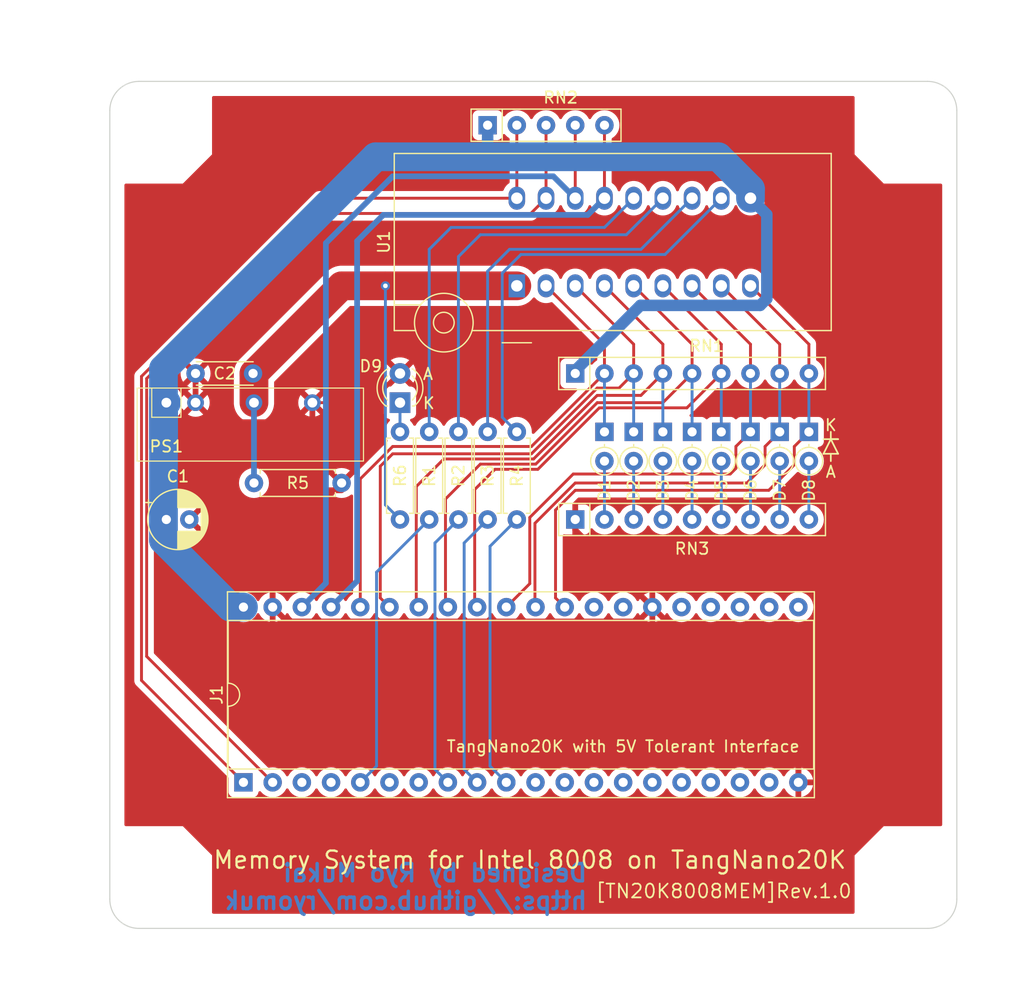
<source format=kicad_pcb>
(kicad_pcb (version 20240108) (generator "pcbnew") (generator_version "8.0")
  (layers (0 "F.Cu" signal) (31 "B.Cu" signal) (34 "B.Paste" user) (35 "F.Paste" user) (36 "B.SilkS" user "B.Silkscreen") (37 "F.SilkS" user "F.Silkscreen") (38 "B.Mask" user) (39 "F.Mask" user) (44 "Edge.Cuts" user))
  (net 0 "")
  (net 1 "+5V")
  (net 2 "GND")
  (net 3 "-9V")
  (net 4 "Net-(D1-A)")
  (net 5 "D0")
  (net 6 "Net-(D2-A)")
  (net 7 "D1")
  (net 8 "D2")
  (net 9 "Net-(D3-A)")
  (net 10 "Net-(D4-A)")
  (net 11 "D3")
  (net 12 "Net-(D5-A)")
  (net 13 "D4")
  (net 14 "D5")
  (net 15 "Net-(D6-A)")
  (net 16 "Net-(D7-A)")
  (net 17 "D6")
  (net 18 "Net-(D8-A)")
  (net 19 "D7")
  (net 20 "Net-(D9-K)")
  (net 21 "GPIO_RX")
  (net 22 "DBG_TRG")
  (net 23 "3V3b")
  (net 24 "SYNC")
  (net 25 "CLK1")
  (net 27 "LED_RGB")
  (net 28 "S1")
  (net 29 "LED1")
  (net 30 "LED5")
  (net 31 "S2")
  (net 32 "S0")
  (net 35 "LED2")
  (net 36 "GPIO_TX")
  (net 37 "INTERRUPT")
  (net 39 "LED4")
  (net 41 "READY")
  (net 42 "3V3a")
  (net 45 "CLK2")
  (net 46 "LED3")
  (net 48 "LED0")
  (net 49 "Net-(U1-SYNC)")
  (net 50 "Net-(U1-S0)")
  (net 51 "Net-(U1-S1)")
  (net 52 "Net-(U1-S2)")
  (footprint "000_MyFootprint:MountingHole_3mm" (layer "F.Cu") (at 68.743 5.08)
    (property "Reference" "REF**")
    (property "Value" "MountingHole_3mm")
    (pad "" np_thru_hole circle (at 0 0) (size 3 3) (drill 3) (layers "F&B.Cu" "*.Mask"))
  )
  (footprint "000_MyFootprint:R_Axial_DIN0207_L6.3mm_D2.5mm_P7.62mm_Horizontal" (layer "F.Cu") (at 25.4 30.48 -90)
    (property "Reference" "R6" (at 3.81 0 90) (layer "F.SilkS"))
    (property "Value" "100k")
    (pad "1" thru_hole circle (at 0 0 270) (size 1.6 1.6) (drill 0.8) (layers "*.Cu" "*.Mask") (net 20 "Net-(D9-K)"))
    (pad "2" thru_hole oval (at 7.62 0 270) (size 1.6 1.6) (drill 0.8) (layers "*.Cu" "*.Mask") (net 3 "-9V"))
  )
  (footprint "000_MyFootprint:D_DO-35_SOD27_P2.54mm_Vertical_KathodeUp" (layer "F.Cu") (at 58.42 30.48 -90)
    (property "Reference" "D7" (at 5.08 0 90) (layer "F.SilkS"))
    (property "Value" "1N4148")
    (pad "1" thru_hole rect (at 0 0 270) (size 1.6 1.6) (drill 0.8) (layers "*.Cu" "*.Mask") (net 7 "D1"))
    (pad "2" thru_hole oval (at 2.54 0 270) (size 1.6 1.6) (drill 0.8) (layers "*.Cu" "*.Mask") (net 16 "Net-(D7-A)"))
  )
  (footprint "000_MyFootprint:D_DO-35_SOD27_P2.54mm_Vertical_KathodeUp" (layer "F.Cu") (at 45.72 30.48 -90)
    (property "Reference" "D2" (at 5.08 0 90) (layer "F.SilkS"))
    (property "Value" "1N4148")
    (pad "1" thru_hole rect (at 0 0 270) (size 1.6 1.6) (drill 0.8) (layers "*.Cu" "*.Mask") (net 17 "D6"))
    (pad "2" thru_hole oval (at 2.54 0 270) (size 1.6 1.6) (drill 0.8) (layers "*.Cu" "*.Mask") (net 6 "Net-(D2-A)"))
  )
  (footprint "000_MyFootprint:D_DO-35_SOD27_P2.54mm_Vertical_KathodeUp" (layer "F.Cu") (at 50.8 30.48 -90)
    (property "Reference" "D4" (at 5.08 0 90) (layer "F.SilkS"))
    (property "Value" "1N4148")
    (pad "1" thru_hole rect (at 0 0 270) (size 1.6 1.6) (drill 0.8) (layers "*.Cu" "*.Mask") (net 13 "D4"))
    (pad "2" thru_hole oval (at 2.54 0 270) (size 1.6 1.6) (drill 0.8) (layers "*.Cu" "*.Mask") (net 10 "Net-(D4-A)"))
  )
  (footprint "000_MyFootprint:R_Axial_DIN0207_L6.3mm_D2.5mm_P7.62mm_Horizontal" (layer "F.Cu") (at 33.02 30.48 -90)
    (property "Reference" "R3" (at 3.81 0 90) (layer "F.SilkS"))
    (property "Value" "1k")
    (pad "1" thru_hole circle (at 0 0 270) (size 1.6 1.6) (drill 0.8) (layers "*.Cu" "*.Mask") (net 51 "Net-(U1-S1)"))
    (pad "2" thru_hole oval (at 7.62 0 270) (size 1.6 1.6) (drill 0.8) (layers "*.Cu" "*.Mask") (net 28 "S1"))
  )
  (footprint "000_MyFootprint:R_Axial_DIN0207_L6.3mm_D2.5mm_P7.62mm_Horizontal" (layer "F.Cu") (at 20.32 34.925 180)
    (property "Reference" "R5" (at 3.81 0 0) (layer "F.SilkS"))
    (property "Value" "1k")
    (pad "1" thru_hole circle (at 0 0 180) (size 1.6 1.6) (drill 0.8) (layers "*.Cu" "*.Mask") (net 2 "GND"))
    (pad "2" thru_hole oval (at 7.62 0 180) (size 1.6 1.6) (drill 0.8) (layers "*.Cu" "*.Mask") (net 3 "-9V"))
  )
  (footprint "000_MyFootprint:D_DO-35_SOD27_P2.54mm_Vertical_KathodeUp" (layer "F.Cu") (at 43.18 30.48 -90)
    (property "Reference" "D1" (at 5.08 0 90) (layer "F.SilkS"))
    (property "Value" "1N4148")
    (pad "1" thru_hole rect (at 0 0 270) (size 1.6 1.6) (drill 0.8) (layers "*.Cu" "*.Mask") (net 19 "D7"))
    (pad "2" thru_hole oval (at 2.54 0 270) (size 1.6 1.6) (drill 0.8) (layers "*.Cu" "*.Mask") (net 4 "Net-(D1-A)"))
  )
  (footprint "000_MyFootprint:D_DO-35_SOD27_P2.54mm_Vertical_KathodeUp" (layer "F.Cu") (at 48.26 30.48 -90)
    (property "Reference" "D3" (at 5.08 0 90) (layer "F.SilkS"))
    (property "Value" "1N4148")
    (pad "1" thru_hole rect (at 0 0 270) (size 1.6 1.6) (drill 0.8) (layers "*.Cu" "*.Mask") (net 14 "D5"))
    (pad "2" thru_hole oval (at 2.54 0 270) (size 1.6 1.6) (drill 0.8) (layers "*.Cu" "*.Mask") (net 9 "Net-(D3-A)"))
  )
  (footprint "000_MyFootprint:R_Axial_DIN0207_L6.3mm_D2.5mm_P7.62mm_Horizontal" (layer "F.Cu") (at 27.94 30.48 -90)
    (property "Reference" "R1" (at 3.81 0 90) (layer "F.SilkS"))
    (property "Value" "1k")
    (pad "1" thru_hole circle (at 0 0 270) (size 1.6 1.6) (drill 0.8) (layers "*.Cu" "*.Mask") (net 49 "Net-(U1-SYNC)"))
    (pad "2" thru_hole oval (at 7.62 0 270) (size 1.6 1.6) (drill 0.8) (layers "*.Cu" "*.Mask") (net 24 "SYNC"))
  )
  (footprint "000_MyFootprint:LED_D3.0mm" (layer "F.Cu") (at 25.4 27.94 90)
    (property "Reference" "D9" (at 3.175 -2.54 0) (layer "F.SilkS"))
    (property "Value" "LED")
    (pad "1" thru_hole rect (at 0 0 90) (size 1.8 1.8) (drill 0.9) (layers "*.Cu" "*.Mask") (net 20 "Net-(D9-K)"))
    (pad "2" thru_hole circle (at 2.54 0 90) (size 1.8 1.8) (drill 0.9) (layers "*.Cu" "*.Mask") (net 2 "GND"))
  )
  (footprint "000_MyFootprint:D_DO-35_SOD27_P2.54mm_Vertical_KathodeUp" (layer "F.Cu") (at 55.88 30.48 -90)
    (property "Reference" "D6" (at 5.08 0 90) (layer "F.SilkS"))
    (property "Value" "1N4148")
    (pad "1" thru_hole rect (at 0 0 270) (size 1.6 1.6) (drill 0.8) (layers "*.Cu" "*.Mask") (net 8 "D2"))
    (pad "2" thru_hole oval (at 2.54 0 270) (size 1.6 1.6) (drill 0.8) (layers "*.Cu" "*.Mask") (net 15 "Net-(D6-A)"))
  )
  (footprint "000_MyFootprint:SIP-6_without_3_5pin_for_DCDC_MAU" (layer "F.Cu") (at 5.08 27.94)
    (property "Reference" "PS1" (at 0 3.81 0) (layer "F.SilkS"))
    (property "Value" "MAU103")
    (pad "1" thru_hole rect (at 0 0 90) (size 1.45 1.45) (drill 0.85) (layers "*.Cu" "*.Mask") (net 1 "+5V"))
    (pad "2" thru_hole circle (at 2.54 0 90) (size 1.45 1.45) (drill 0.85) (layers "*.Cu" "*.Mask") (net 2 "GND"))
    (pad "4" thru_hole circle (at 7.62 0 90) (size 1.45 1.45) (drill 0.85) (layers "*.Cu" "*.Mask") (net 3 "-9V"))
    (pad "6" thru_hole circle (at 12.7 0 90) (size 1.45 1.45) (drill 0.85) (layers "*.Cu" "*.Mask") (net 2 "GND"))
  )
  (footprint "000_MyFootprint:MountingHole_3mm" (layer "F.Cu") (at 68.743 68.58)
    (property "Reference" "REF**")
    (property "Value" "MountingHole_3mm")
    (pad "" np_thru_hole circle (at 0 0) (size 3 3) (drill 3) (layers "F&B.Cu" "*.Mask"))
  )
  (footprint "000_MyFootprint:MountingHole_3mm" (layer "F.Cu") (at 5.243 5.08)
    (property "Reference" "REF**")
    (property "Value" "MountingHole_3mm")
    (pad "" np_thru_hole circle (at 0 0) (size 3 3) (drill 3) (layers "F&B.Cu" "*.Mask"))
  )
  (footprint "Resistor_THT:R_Array_SIP9" (layer "F.Cu") (at 40.64 25.4)
    (property "Reference" "RN1" (at 11.43 -2.4 0) (layer "F.SilkS"))
    (property "Value" "4.7k")
    (pad "1" thru_hole rect (at 0 0) (size 1.6 1.6) (drill 0.8) (layers "*.Cu" "*.Mask") (net 1 "+5V"))
    (pad "2" thru_hole oval (at 2.54 0) (size 1.6 1.6) (drill 0.8) (layers "*.Cu" "*.Mask") (net 19 "D7"))
    (pad "3" thru_hole oval (at 5.08 0) (size 1.6 1.6) (drill 0.8) (layers "*.Cu" "*.Mask") (net 17 "D6"))
    (pad "4" thru_hole oval (at 7.62 0) (size 1.6 1.6) (drill 0.8) (layers "*.Cu" "*.Mask") (net 14 "D5"))
    (pad "5" thru_hole oval (at 10.16 0) (size 1.6 1.6) (drill 0.8) (layers "*.Cu" "*.Mask") (net 13 "D4"))
    (pad "6" thru_hole oval (at 12.7 0) (size 1.6 1.6) (drill 0.8) (layers "*.Cu" "*.Mask") (net 11 "D3"))
    (pad "7" thru_hole oval (at 15.24 0) (size 1.6 1.6) (drill 0.8) (layers "*.Cu" "*.Mask") (net 8 "D2"))
    (pad "8" thru_hole oval (at 17.78 0) (size 1.6 1.6) (drill 0.8) (layers "*.Cu" "*.Mask") (net 7 "D1"))
    (pad "9" thru_hole oval (at 20.32 0) (size 1.6 1.6) (drill 0.8) (layers "*.Cu" "*.Mask") (net 5 "D0"))
  )
  (footprint "000_MyFootprint:MountingHole_3mm" (layer "F.Cu") (at 5.243 68.58)
    (property "Reference" "REF**")
    (property "Value" "MountingHole_3mm")
    (pad "" np_thru_hole circle (at 0 0) (size 3 3) (drill 3) (layers "F&B.Cu" "*.Mask"))
  )
  (footprint "000_MyFootprint:C_Disc_D4.7mm_W2.5mm_P5.00mm" (layer "F.Cu") (at 7.62 25.4)
    (property "Reference" "C2" (at 2.54 0 0) (layer "F.SilkS"))
    (property "Value" "1uF")
    (pad "1" thru_hole circle (at 0 0) (size 1.6 1.6) (drill 0.8) (layers "*.Cu" "*.Mask") (net 2 "GND"))
    (pad "2" thru_hole circle (at 5 0) (size 1.6 1.6) (drill 0.8) (layers "*.Cu" "*.Mask") (net 3 "-9V"))
  )
  (footprint "Resistor_THT:R_Array_SIP9" (layer "F.Cu") (at 40.64 38.1)
    (property "Reference" "RN3" (at 10.16 2.54 0) (layer "F.SilkS"))
    (property "Value" "4.7k")
    (pad "1" thru_hole rect (at 0 0) (size 1.6 1.6) (drill 0.8) (layers "*.Cu" "*.Mask") (net 2 "GND"))
    (pad "2" thru_hole oval (at 2.54 0) (size 1.6 1.6) (drill 0.8) (layers "*.Cu" "*.Mask") (net 4 "Net-(D1-A)"))
    (pad "3" thru_hole oval (at 5.08 0) (size 1.6 1.6) (drill 0.8) (layers "*.Cu" "*.Mask") (net 6 "Net-(D2-A)"))
    (pad "4" thru_hole oval (at 7.62 0) (size 1.6 1.6) (drill 0.8) (layers "*.Cu" "*.Mask") (net 9 "Net-(D3-A)"))
    (pad "5" thru_hole oval (at 10.16 0) (size 1.6 1.6) (drill 0.8) (layers "*.Cu" "*.Mask") (net 10 "Net-(D4-A)"))
    (pad "6" thru_hole oval (at 12.7 0) (size 1.6 1.6) (drill 0.8) (layers "*.Cu" "*.Mask") (net 12 "Net-(D5-A)"))
    (pad "7" thru_hole oval (at 15.24 0) (size 1.6 1.6) (drill 0.8) (layers "*.Cu" "*.Mask") (net 15 "Net-(D6-A)"))
    (pad "8" thru_hole oval (at 17.78 0) (size 1.6 1.6) (drill 0.8) (layers "*.Cu" "*.Mask") (net 16 "Net-(D7-A)"))
    (pad "9" thru_hole oval (at 20.32 0) (size 1.6 1.6) (drill 0.8) (layers "*.Cu" "*.Mask") (net 18 "Net-(D8-A)"))
  )
  (footprint "000_MyFootprint:DIP_Socket-18_W4.3_W5.08_W7.62_W10.16_W10.9_3M_218-3341-00-0602J" (layer "F.Cu") (at 35.56 17.78 90)
    (property "Reference" "U1" (at 3.81 -11.56 90) (layer "F.SilkS"))
    (property "Value" "intel8008")
    (pad "1" thru_hole rect (at 0 0 90) (size 2 1.44) (drill 1) (layers "*.Cu" "*.Mask") (net 3 "-9V"))
    (pad "2" thru_hole oval (at 0 2.54 90) (size 2 1.44) (drill 1) (layers "*.Cu" "*.Mask") (net 19 "D7"))
    (pad "3" thru_hole oval (at 0 5.08 90) (size 2 1.44) (drill 1) (layers "*.Cu" "*.Mask") (net 17 "D6"))
    (pad "4" thru_hole oval (at 0 7.62 90) (size 2 1.44) (drill 1) (layers "*.Cu" "*.Mask") (net 14 "D5"))
    (pad "5" thru_hole oval (at 0 10.16 90) (size 2 1.44) (drill 1) (layers "*.Cu" "*.Mask") (net 13 "D4"))
    (pad "6" thru_hole oval (at 0 12.7 90) (size 2 1.44) (drill 1) (layers "*.Cu" "*.Mask") (net 11 "D3"))
    (pad "7" thru_hole oval (at 0 15.24 90) (size 2 1.44) (drill 1) (layers "*.Cu" "*.Mask") (net 8 "D2"))
    (pad "8" thru_hole oval (at 0 17.78 90) (size 2 1.44) (drill 1) (layers "*.Cu" "*.Mask") (net 7 "D1"))
    (pad "9" thru_hole oval (at 0 20.32 90) (size 2 1.44) (drill 1) (layers "*.Cu" "*.Mask") (net 5 "D0"))
    (pad "10" thru_hole oval (at 7.62 20.32 90) (size 2 1.44) (drill 1) (layers "*.Cu" "*.Mask") (net 1 "+5V"))
    (pad "11" thru_hole oval (at 7.62 17.78 90) (size 2 1.44) (drill 1) (layers "*.Cu" "*.Mask") (net 52 "Net-(U1-S2)"))
    (pad "12" thru_hole oval (at 7.62 15.24 90) (size 2 1.44) (drill 1) (layers "*.Cu" "*.Mask") (net 51 "Net-(U1-S1)"))
    (pad "13" thru_hole oval (at 7.62 12.7 90) (size 2 1.44) (drill 1) (layers "*.Cu" "*.Mask") (net 50 "Net-(U1-S0)"))
    (pad "14" thru_hole oval (at 7.62 10.16 90) (size 2 1.44) (drill 1) (layers "*.Cu" "*.Mask") (net 49 "Net-(U1-SYNC)"))
    (pad "15" thru_hole oval (at 7.62 7.62 90) (size 2 1.44) (drill 1) (layers "*.Cu" "*.Mask") (net 45 "CLK2"))
    (pad "16" thru_hole oval (at 7.62 5.08 90) (size 2 1.44) (drill 1) (layers "*.Cu" "*.Mask") (net 25 "CLK1"))
    (pad "17" thru_hole oval (at 7.62 2.54 90) (size 2 1.44) (drill 1) (layers "*.Cu" "*.Mask") (net 41 "READY"))
    (pad "18" thru_hole oval (at 7.62 0 90) (size 2 1.44) (drill 1) (layers "*.Cu" "*.Mask") (net 37 "INTERRUPT"))
  )
  (footprint "000_MyFootprint:D_DO-35_SOD27_P2.54mm_Vertical_KathodeUp" (layer "F.Cu") (at 53.34 30.48 -90)
    (property "Reference" "D5" (at 5.08 0 90) (layer "F.SilkS"))
    (property "Value" "1N4148")
    (pad "1" thru_hole rect (at 0 0 270) (size 1.6 1.6) (drill 0.8) (layers "*.Cu" "*.Mask") (net 11 "D3"))
    (pad "2" thru_hole oval (at 2.54 0 270) (size 1.6 1.6) (drill 0.8) (layers "*.Cu" "*.Mask") (net 12 "Net-(D5-A)"))
  )
  (footprint "000_MyFootprint:DIP-40_W15.24mm_Socket" (layer "F.Cu") (at 11.785 60.96 90)
    (property "Reference" "J1" (at 7.62 -2.33 90) (layer "F.SilkS"))
    (property "Value" "TangNano20K5VInterface")
    (pad "1" thru_hole rect (at 0 0 90) (size 1.6 1.6) (drill 0.8) (layers "*.Cu" "*.Mask") (net 37 "INTERRUPT"))
    (pad "2" thru_hole oval (at 0 2.54 90) (size 1.6 1.6) (drill 0.8) (layers "*.Cu" "*.Mask") (net 41 "READY"))
    (pad "3" thru_hole oval (at 0 5.08 90) (size 1.6 1.6) (drill 0.8) (layers "*.Cu" "*.Mask"))
    (pad "4" thru_hole oval (at 0 7.62 90) (size 1.6 1.6) (drill 0.8) (layers "*.Cu" "*.Mask"))
    (pad "5" thru_hole oval (at 0 10.16 90) (size 1.6 1.6) (drill 0.8) (layers "*.Cu" "*.Mask") (net 24 "SYNC"))
    (pad "6" thru_hole oval (at 0 12.7 90) (size 1.6 1.6) (drill 0.8) (layers "*.Cu" "*.Mask") (net 48 "LED0"))
    (pad "7" thru_hole oval (at 0 15.24 90) (size 1.6 1.6) (drill 0.8) (layers "*.Cu" "*.Mask") (net 29 "LED1"))
    (pad "8" thru_hole oval (at 0 17.78 90) (size 1.6 1.6) (drill 0.8) (layers "*.Cu" "*.Mask") (net 32 "S0"))
    (pad "9" thru_hole oval (at 0 20.32 90) (size 1.6 1.6) (drill 0.8) (layers "*.Cu" "*.Mask") (net 28 "S1"))
    (pad "10" thru_hole oval (at 0 22.86 90) (size 1.6 1.6) (drill 0.8) (layers "*.Cu" "*.Mask") (net 31 "S2"))
    (pad "11" thru_hole oval (at 0 25.4 90) (size 1.6 1.6) (drill 0.8) (layers "*.Cu" "*.Mask"))
    (pad "12" thru_hole oval (at 0 27.94 90) (size 1.6 1.6) (drill 0.8) (layers "*.Cu" "*.Mask"))
    (pad "13" thru_hole oval (at 0 30.48 90) (size 1.6 1.6) (drill 0.8) (layers "*.Cu" "*.Mask"))
    (pad "14" thru_hole oval (at 0 33.02 90) (size 1.6 1.6) (drill 0.8) (layers "*.Cu" "*.Mask"))
    (pad "15" thru_hole oval (at 0 35.56 90) (size 1.6 1.6) (drill 0.8) (layers "*.Cu" "*.Mask") (net 35 "LED2"))
    (pad "16" thru_hole oval (at 0 38.1 90) (size 1.6 1.6) (drill 0.8) (layers "*.Cu" "*.Mask") (net 30 "LED5"))
    (pad "17" thru_hole oval (at 0 40.64 90) (size 1.6 1.6) (drill 0.8) (layers "*.Cu" "*.Mask") (net 39 "LED4"))
    (pad "18" thru_hole oval (at 0 43.18 90) (size 1.6 1.6) (drill 0.8) (layers "*.Cu" "*.Mask") (net 46 "LED3"))
    (pad "19" thru_hole oval (at 0 45.72 90) (size 1.6 1.6) (drill 0.8) (layers "*.Cu" "*.Mask") (net 42 "3V3a"))
    (pad "20" thru_hole oval (at 0 48.26 90) (size 1.6 1.6) (drill 0.8) (layers "*.Cu" "*.Mask") (net 2 "GND"))
    (pad "21" thru_hole oval (at 15.24 48.26 90) (size 1.6 1.6) (drill 0.8) (layers "*.Cu" "*.Mask") (net 36 "GPIO_TX"))
    (pad "22" thru_hole oval (at 15.24 45.72 90) (size 1.6 1.6) (drill 0.8) (layers "*.Cu" "*.Mask") (net 21 "GPIO_RX"))
    (pad "23" thru_hole oval (at 15.24 43.18 90) (size 1.6 1.6) (drill 0.8) (layers "*.Cu" "*.Mask") (net 22 "DBG_TRG"))
    (pad "24" thru_hole oval (at 15.24 40.64 90) (size 1.6 1.6) (drill 0.8) (layers "*.Cu" "*.Mask"))
    (pad "25" thru_hole oval (at 15.24 38.1 90) (size 1.6 1.6) (drill 0.8) (layers "*.Cu" "*.Mask") (net 23 "3V3b"))
    (pad "26" thru_hole oval (at 15.24 35.56 90) (size 1.6 1.6) (drill 0.8) (layers "*.Cu" "*.Mask") (net 2 "GND"))
    (pad "27" thru_hole oval (at 15.24 33.02 90) (size 1.6 1.6) (drill 0.8) (layers "*.Cu" "*.Mask") (net 27 "LED_RGB"))
    (pad "28" thru_hole oval (at 15.24 30.48 90) (size 1.6 1.6) (drill 0.8) (layers "*.Cu" "*.Mask"))
    (pad "29" thru_hole oval (at 15.24 27.94 90) (size 1.6 1.6) (drill 0.8) (layers "*.Cu" "*.Mask") (net 5 "D0"))
    (pad "30" thru_hole oval (at 15.24 25.4 90) (size 1.6 1.6) (drill 0.8) (layers "*.Cu" "*.Mask") (net 7 "D1"))
    (pad "31" thru_hole oval (at 15.24 22.86 90) (size 1.6 1.6) (drill 0.8) (layers "*.Cu" "*.Mask") (net 8 "D2"))
    (pad "32" thru_hole oval (at 15.24 20.32 90) (size 1.6 1.6) (drill 0.8) (layers "*.Cu" "*.Mask") (net 11 "D3"))
    (pad "33" thru_hole oval (at 15.24 17.78 90) (size 1.6 1.6) (drill 0.8) (layers "*.Cu" "*.Mask") (net 13 "D4"))
    (pad "34" thru_hole oval (at 15.24 15.24 90) (size 1.6 1.6) (drill 0.8) (layers "*.Cu" "*.Mask") (net 14 "D5"))
    (pad "35" thru_hole oval (at 15.24 12.7 90) (size 1.6 1.6) (drill 0.8) (layers "*.Cu" "*.Mask") (net 17 "D6"))
    (pad "36" thru_hole oval (at 15.24 10.16 90) (size 1.6 1.6) (drill 0.8) (layers "*.Cu" "*.Mask") (net 19 "D7"))
    (pad "37" thru_hole oval (at 15.24 7.62 90) (size 1.6 1.6) (drill 0.8) (layers "*.Cu" "*.Mask") (net 45 "CLK2"))
    (pad "38" thru_hole oval (at 15.24 5.08 90) (size 1.6 1.6) (drill 0.8) (layers "*.Cu" "*.Mask") (net 25 "CLK1"))
    (pad "39" thru_hole oval (at 15.24 2.54 90) (size 1.6 1.6) (drill 0.8) (layers "*.Cu" "*.Mask") (net 2 "GND"))
    (pad "40" thru_hole oval (at 15.24 0 90) (size 1.6 1.6) (drill 0.8) (layers "*.Cu" "*.Mask") (net 1 "+5V"))
  )
  (footprint "000_MyFootprint:R_Axial_DIN0207_L6.3mm_D2.5mm_P7.62mm_Horizontal" (layer "F.Cu") (at 35.56 30.48 -90)
    (property "Reference" "R4" (at 3.81 0 90) (layer "F.SilkS"))
    (property "Value" "1k")
    (pad "1" thru_hole circle (at 0 0 270) (size 1.6 1.6) (drill 0.8) (layers "*.Cu" "*.Mask") (net 52 "Net-(U1-S2)"))
    (pad "2" thru_hole oval (at 7.62 0 270) (size 1.6 1.6) (drill 0.8) (layers "*.Cu" "*.Mask") (net 31 "S2"))
  )
  (footprint "000_MyFootprint:R_Axial_DIN0207_L6.3mm_D2.5mm_P7.62mm_Horizontal" (layer "F.Cu") (at 30.48 30.48 -90)
    (property "Reference" "R2" (at 3.81 0 90) (layer "F.SilkS"))
    (property "Value" "1k")
    (pad "1" thru_hole circle (at 0 0 270) (size 1.6 1.6) (drill 0.8) (layers "*.Cu" "*.Mask") (net 50 "Net-(U1-S0)"))
    (pad "2" thru_hole oval (at 7.62 0 270) (size 1.6 1.6) (drill 0.8) (layers "*.Cu" "*.Mask") (net 32 "S0"))
  )
  (footprint "Resistor_THT:R_Array_SIP5" (layer "F.Cu") (at 33.02 3.81)
    (property "Reference" "RN2" (at 6.35 -2.4 0) (layer "F.SilkS"))
    (property "Value" "1k")
    (pad "1" thru_hole rect (at 0 0) (size 1.6 1.6) (drill 0.8) (layers "*.Cu" "*.Mask") (net 1 "+5V"))
    (pad "2" thru_hole oval (at 2.54 0) (size 1.6 1.6) (drill 0.8) (layers "*.Cu" "*.Mask") (net 37 "INTERRUPT"))
    (pad "3" thru_hole oval (at 5.08 0) (size 1.6 1.6) (drill 0.8) (layers "*.Cu" "*.Mask") (net 41 "READY"))
    (pad "4" thru_hole oval (at 7.62 0) (size 1.6 1.6) (drill 0.8) (layers "*.Cu" "*.Mask") (net 25 "CLK1"))
    (pad "5" thru_hole oval (at 10.16 0) (size 1.6 1.6) (drill 0.8) (layers "*.Cu" "*.Mask") (net 45 "CLK2"))
  )
  (footprint "000_MyFootprint:D_DO-35_SOD27_P2.54mm_Vertical_KathodeUp" (layer "F.Cu") (at 60.96 30.48 -90)
    (property "Reference" "D8" (at 5.08 0 90) (layer "F.SilkS"))
    (property "Value" "1N4148")
    (pad "1" thru_hole rect (at 0 0 270) (size 1.6 1.6) (drill 0.8) (layers "*.Cu" "*.Mask") (net 5 "D0"))
    (pad "2" thru_hole oval (at 2.54 0 270) (size 1.6 1.6) (drill 0.8) (layers "*.Cu" "*.Mask") (net 18 "Net-(D8-A)"))
  )
  (footprint "000_MyFootprint:CP_Radial_D5.0mm_P2.00mm" (layer "F.Cu") (at 5.08 38.1)
    (property "Reference" "C1" (at 1 -3.75 0) (layer "F.SilkS"))
    (property "Value" "2.2uF")
    (pad "1" thru_hole rect (at 0 0) (size 1.6 1.6) (drill 0.8) (layers "*.Cu" "*.Mask") (net 1 "+5V"))
    (pad "2" thru_hole circle (at 2 0) (size 1.6 1.6) (drill 0.8) (layers "*.Cu" "*.Mask") (net 2 "GND"))
  )
  (gr_line (start 63.5 32.385) (end 62.865 31.115) (stroke (width 0.15)) (layer "F.SilkS"))
  (gr_line (start 62.865 31.115) (end 62.865 30.48) (stroke (width 0.15)) (layer "F.SilkS"))
  (gr_line (start 62.23 32.385) (end 63.5 32.385) (stroke (width 0.15)) (layer "F.SilkS"))
  (gr_line (start 62.865 31.115) (end 62.23 32.385) (stroke (width 0.15)) (layer "F.SilkS"))
  (gr_line (start 62.865 32.385) (end 62.865 33.02) (stroke (width 0.15)) (layer "F.SilkS"))
  (gr_line (start 62.23 31.115) (end 63.5 31.115) (stroke (width 0.15)) (layer "F.SilkS"))
  (gr_line (start 63.5 31.115) (end 62.865 31.115) (stroke (width 0.15)) (layer "F.SilkS"))
  (gr_arc (start 73.823 71.12) (mid 73.079051 72.916051) (end 71.283 73.66) (stroke (width 0.1)) (layer "Edge.Cuts"))
  (gr_line (start 2.703 0) (end 71.283 0) (stroke (width 0.1)) (layer "Edge.Cuts"))
  (gr_arc (start 0.163 2.54) (mid 0.906949 0.743949) (end 2.703 0) (stroke (width 0.1)) (layer "Edge.Cuts"))
  (gr_line (start 71.283 73.66) (end 2.703 73.66) (stroke (width 0.1)) (layer "Edge.Cuts"))
  (gr_arc (start 2.703 73.66) (mid 0.906949 72.916051) (end 0.163 71.12) (stroke (width 0.1)) (layer "Edge.Cuts"))
  (gr_line (start 0.163 71.12) (end 0.163 2.54) (stroke (width 0.1)) (layer "Edge.Cuts"))
  (gr_arc (start 71.283 0) (mid 73.079051 0.743949) (end 73.823 2.54) (stroke (width 0.1)) (layer "Edge.Cuts"))
  (gr_line (start 73.823 2.54) (end 73.823 71.12) (stroke (width 0.1)) (layer "Edge.Cuts"))
  (gr_text "Designed by Ryo Mukai\nhttps://github.com/ryomuk" (at 41.819 72.136 0) (layer "B.Cu") (effects (font (size 1.5 1.5) (thickness 0.3) (bold yes)) (justify left bottom mirror)))
  (gr_text "A" (at 27.305 26.035 0) (layer "F.SilkS") (effects (font (size 1 1)) (justify left bottom)))
  (gr_text "A" (at 62.865 34.544 0) (layer "F.SilkS") (effects (font (size 1 1)) (justify bottom)))
  (gr_text "K" (at 62.865 30.48 0) (layer "F.SilkS") (effects (font (size 1 1)) (justify bottom)))
  (gr_text "K" (at 27.305 28.575 0) (layer "F.SilkS") (effects (font (size 1 1)) (justify left bottom)))
  (gr_text "[TN20K8008MEM]Rev.1.0" (at 64.77 71.12 0) (layer "F.SilkS") (effects (font (size 1.2 1.2)) (justify right bottom)))
  (gr_text "Memory System for Intel 8008 on TangNano20K" (at 9.053 68.58 0) (layer "F.SilkS") (effects (font (size 1.5 1.5) (thickness 0.2)) (justify left bottom)))
  (gr_text "TangNano20K with 5V Tolerant Interface" (at 29.373 58.42 0) (layer "F.SilkS") (effects (font (size 1 1)) (justify left bottom)))
  (segment (start 4.83 31.75) (end 4.83 30.48) (width 2.5) (layer "B.Cu") (net 1))
  (segment (start 40.64 25.4) (end 40.64 25.148183) (width 1) (layer "B.Cu") (net 1))
  (segment (start 33.02 6.35) (end 33.02 3.81) (width 1) (layer "B.Cu") (net 1))
  (segment (start 53.083843 6.555) (end 55.88 9.351157) (width 2.5) (layer "B.Cu") (net 1))
  (segment (start 4.83 28.19) (end 5.08 27.94) (width 2.5) (layer "B.Cu") (net 1))
  (segment (start 46.308183 19.48) (end 56.72 19.48) (width 1) (layer "B.Cu") (net 1))
  (segment (start 4.83 25.008019) (end 23.283019 6.555) (width 2.5) (layer "B.Cu") (net 1))
  (segment (start 55.88 9.351157) (end 55.88 10.16) (width 2.5) (layer "B.Cu") (net 1))
  (segment (start 4.83 30.48) (end 4.83 25.008019) (width 2.5) (layer "B.Cu") (net 1))
  (segment (start 10.65363 45.72) (end 4.83 39.89637) (width 2.5) (layer "B.Cu") (net 1))
  (segment (start 40.64 25.148183) (end 46.308183 19.48) (width 1) (layer "B.Cu") (net 1))
  (segment (start 4.83 30.48) (end 4.83 27.654085) (width 2.5) (layer "B.Cu") (net 1))
  (segment (start 4.83 30.48) (end 4.83 28.19) (width 2.5) (layer "B.Cu") (net 1))
  (segment (start 11.785 45.72) (end 10.65363 45.72) (width 2.5) (layer "B.Cu") (net 1))
  (segment (start 4.83 39.89637) (end 4.83 31.75) (width 2.5) (layer "B.Cu") (net 1))
  (segment (start 23.283019 6.555) (end 53.083843 6.555) (width 2.5) (layer "B.Cu") (net 1))
  (segment (start 57.3 11.58) (end 55.88 10.16) (width 1) (layer "B.Cu") (net 1))
  (segment (start 57.3 18.9) (end 57.3 11.58) (width 1) (layer "B.Cu") (net 1))
  (segment (start 4.83 31.75) (end 4.83 27.654085) (width 2.5) (layer "B.Cu") (net 1))
  (segment (start 56.72 19.48) (end 57.3 18.9) (width 1) (layer "B.Cu") (net 1))
  (segment (start 46.095 46.97) (end 15.575 46.97) (width 0.5) (layer "F.Cu") (net 2))
  (segment (start 17.78 30.48) (end 17.78 27.94) (width 0.5) (layer "F.Cu") (net 2))
  (segment (start 40.64 39.015) (end 40.64 38.1) (width 0.5) (layer "F.Cu") (net 2))
  (segment (start 60.045 58.42) (end 47.345 45.72) (width 0.5) (layer "F.Cu") (net 2))
  (segment (start 47.345 45.72) (end 46.095 46.97) (width 0.5) (layer "F.Cu") (net 2))
  (segment (start 14.325 41.555) (end 15.24 40.64) (width 0.5) (layer "F.Cu") (net 2))
  (segment (start 47.345 45.72) (end 40.64 39.015) (width 0.5) (layer "F.Cu") (net 2))
  (segment (start 17.78 27.94) (end 22.86 27.94) (width 0.25) (layer "F.Cu") (net 2))
  (segment (start 17.78 27.94) (end 16.08 29.64) (width 0.5) (layer "F.Cu") (net 2))
  (segment (start 15.24 35.56) (end 15.24 33.02) (width 0.5) (layer "F.Cu") (net 2))
  (segment (start 15.24 33.02) (end 17.78 30.48) (width 0.5) (layer "F.Cu") (net 2))
  (segment (start 16.08 29.64) (end 9.32 29.64) (width 0.5) (layer "F.Cu") (net 2))
  (segment (start 60.045 60.96) (end 60.045 58.42) (width 0.5) (layer "F.Cu") (net 2))
  (segment (start 9.32 29.64) (end 7.62 27.94) (width 0.5) (layer "F.Cu") (net 2))
  (segment (start 15.575 46.97) (end 14.325 45.72) (width 0.5) (layer "F.Cu") (net 2))
  (segment (start 7.62 27.94) (end 7.62 25.4) (width 0.5) (layer "F.Cu") (net 2))
  (segment (start 14.325 45.72) (end 14.325 41.555) (width 0.5) (layer "F.Cu") (net 2))
  (segment (start 15.24 40.64) (end 15.24 35.56) (width 0.5) (layer "F.Cu") (net 2))
  (segment (start 22.86 27.94) (end 25.4 25.4) (width 0.25) (layer "F.Cu") (net 2))
  (segment (start 20.32 35.56) (end 15.24 35.56) (width 0.5) (layer "F.Cu") (net 2))
  (segment (start 24.13 17.78) (end 35.56 17.78) (width 2.5) (layer "F.Cu") (net 3))
  (segment (start 12.7 27.94) (end 12.7 25.4) (width 2.5) (layer "F.Cu") (net 3))
  (segment (start 20.32 17.78) (end 12.7 25.4) (width 2.5) (layer "F.Cu") (net 3))
  (segment (start 20.32 17.78) (end 24.13 17.78) (width 2.5) (layer "F.Cu") (net 3))
  (via (at 24.13 17.78) (size 0.8) (drill 0.4) (layers "F.Cu" "B.Cu") (net 3))
  (segment (start 25.4 38.1) (end 24.13 36.83) (width 0.25) (layer "B.Cu") (net 3))
  (segment (start 12.7 34.925) (end 12.7 27.94) (width 0.5) (layer "B.Cu") (net 3))
  (segment (start 24.13 36.83) (end 24.13 17.78) (width 0.25) (layer "B.Cu") (net 3))
  (segment (start 43.18 33.02) (end 43.18 38.1) (width 0.25) (layer "B.Cu") (net 4))
  (segment (start 60.96 22.86) (end 55.88 17.78) (width 0.25) (layer "F.Cu") (net 5))
  (segment (start 39.725 45.72) (end 38.925001 44.920001) (width 0.25) (layer "F.Cu") (net 5))
  (segment (start 38.925001 37.276395) (end 40.640698 35.560698) (width 0.25) (layer "F.Cu") (net 5))
  (segment (start 38.925001 44.920001) (end 38.925001 37.276395) (width 0.25) (layer "F.Cu") (net 5))
  (segment (start 59.69 31.75) (end 60.96 30.48) (width 0.25) (layer "F.Cu") (net 5))
  (segment (start 57.470293 35.560698) (end 59.69 33.340991) (width 0.25) (layer "F.Cu") (net 5))
  (segment (start 40.640698 35.560698) (end 57.470293 35.560698) (width 0.25) (layer "F.Cu") (net 5))
  (segment (start 60.96 25.4) (end 60.96 22.86) (width 0.25) (layer "F.Cu") (net 5))
  (segment (start 59.69 33.340991) (end 59.69 31.75) (width 0.25) (layer "F.Cu") (net 5))
  (segment (start 60.96 25.4) (end 60.96 30.48) (width 0.25) (layer "B.Cu") (net 5))
  (segment (start 45.72 33.02) (end 45.72 38.1) (width 0.25) (layer "B.Cu") (net 6))
  (segment (start 37.135 45.77) (end 37.135 38.43) (width 0.25) (layer "F.Cu") (net 7))
  (segment (start 57.15 33.340991) (end 57.15 31.75) (width 0.25) (layer "F.Cu") (net 7))
  (segment (start 40.64 34.925) (end 55.565991 34.925) (width 0.25) (layer "F.Cu") (net 7))
  (segment (start 37.185 45.72) (end 37.135 45.77) (width 0.25) (layer "F.Cu") (net 7))
  (segment (start 55.565991 34.925) (end 57.15 33.340991) (width 0.25) (layer "F.Cu") (net 7))
  (segment (start 58.42 22.86) (end 53.34 17.78) (width 0.25) (layer "F.Cu") (net 7))
  (segment (start 58.42 25.4) (end 58.42 22.86) (width 0.25) (layer "F.Cu") (net 7))
  (segment (start 57.15 31.75) (end 58.42 30.48) (width 0.25) (layer "F.Cu") (net 7))
  (segment (start 37.135 38.43) (end 40.64 34.925) (width 0.25) (layer "F.Cu") (net 7))
  (segment (start 58.42 25.4) (end 58.42 30.48) (width 0.25) (layer "B.Cu") (net 7))
  (segment (start 54.61 31.75) (end 55.88 30.48) (width 0.25) (layer "F.Cu") (net 8))
  (segment (start 54.12 34.145) (end 54.61 33.655) (width 0.25) (layer "F.Cu") (net 8))
  (segment (start 55.88 25.4) (end 55.88 22.86) (width 0.25) (layer "F.Cu") (net 8))
  (segment (start 40.464009 34.145) (end 54.12 34.145) (width 0.25) (layer "F.Cu") (net 8))
  (segment (start 54.61 33.655) (end 54.61 31.75) (width 0.25) (layer "F.Cu") (net 8))
  (segment (start 34.645 45.72) (end 36.685 43.68) (width 0.25) (layer "F.Cu") (net 8))
  (segment (start 36.685 37.924009) (end 40.464009 34.145) (width 0.25) (layer "F.Cu") (net 8))
  (segment (start 55.88 22.86) (end 50.8 17.78) (width 0.25) (layer "F.Cu") (net 8))
  (segment (start 36.685 43.68) (end 36.685 37.924009) (width 0.25) (layer "F.Cu") (net 8))
  (segment (start 55.88 25.4) (end 55.88 30.48) (width 0.25) (layer "B.Cu") (net 8))
  (segment (start 48.26 33.02) (end 48.26 38.1) (width 0.25) (layer "B.Cu") (net 9))
  (segment (start 50.8 33.02) (end 50.8 38.1) (width 0.25) (layer "B.Cu") (net 10))
  (segment (start 31.895 35.495698) (end 33.655 33.735698) (width 0.25) (layer "F.Cu") (net 11))
  (segment (start 31.895 45.51) (end 31.895 35.495698) (width 0.25) (layer "F.Cu") (net 11))
  (segment (start 42.735584 28.39) (end 50.35 28.39) (width 0.25) (layer "F.Cu") (net 11))
  (segment (start 53.34 22.86) (end 48.26 17.78) (width 0.25) (layer "F.Cu") (net 11))
  (segment (start 33.655 33.735698) (end 37.389886 33.735698) (width 0.25) (layer "F.Cu") (net 11))
  (segment (start 32.105 45.72) (end 31.895 45.51) (width 0.25) (layer "F.Cu") (net 11))
  (segment (start 50.35 28.39) (end 53.34 25.4) (width 0.25) (layer "F.Cu") (net 11))
  (segment (start 53.34 25.4) (end 53.34 22.86) (width 0.25) (layer "F.Cu") (net 11))
  (segment (start 37.389886 33.735698) (end 42.735584 28.39) (width 0.25) (layer "F.Cu") (net 11))
  (segment (start 53.34 25.4) (end 53.34 30.48) (width 0.25) (layer "B.Cu") (net 11))
  (segment (start 53.34 33.02) (end 53.34 38.1) (width 0.25) (layer "B.Cu") (net 12))
  (segment (start 29.355 36.315698) (end 32.385 33.285698) (width 0.25) (layer "F.Cu") (net 13))
  (segment (start 37.20349 33.285698) (end 42.549188 27.94) (width 0.25) (layer "F.Cu") (net 13))
  (segment (start 29.565 45.72) (end 29.355 45.51) (width 0.25) (layer "F.Cu") (net 13))
  (segment (start 32.385 33.285698) (end 37.20349 33.285698) (width 0.25) (layer "F.Cu") (net 13))
  (segment (start 50.8 22.86) (end 45.72 17.78) (width 0.25) (layer "F.Cu") (net 13))
  (segment (start 42.549188 27.94) (end 48.26 27.94) (width 0.25) (layer "F.Cu") (net 13))
  (segment (start 50.8 25.4) (end 50.8 22.86) (width 0.25) (layer "F.Cu") (net 13))
  (segment (start 48.26 27.94) (end 50.8 25.4) (width 0.25) (layer "F.Cu") (net 13))
  (segment (start 29.355 45.51) (end 29.355 36.315698) (width 0.25) (layer "F.Cu") (net 13))
  (segment (start 50.8 25.4) (end 50.8 30.48) (width 0.25) (layer "B.Cu") (net 13))
  (segment (start 26.815 45.51) (end 26.815 35.230698) (width 0.25) (layer "F.Cu") (net 14))
  (segment (start 46.353604 27.306396) (end 48.26 25.4) (width 0.25) (layer "F.Cu") (net 14))
  (segment (start 26.815 35.230698) (end 29.21 32.835698) (width 0.25) (layer "F.Cu") (net 14))
  (segment (start 42.546396 27.306396) (end 46.353604 27.306396) (width 0.25) (layer "F.Cu") (net 14))
  (segment (start 27.025 45.72) (end 26.815 45.51) (width 0.25) (layer "F.Cu") (net 14))
  (segment (start 48.26 22.86) (end 43.18 17.78) (width 0.25) (layer "F.Cu") (net 14))
  (segment (start 37.017094 32.835698) (end 42.546396 27.306396) (width 0.25) (layer "F.Cu") (net 14))
  (segment (start 29.21 32.835698) (end 37.017094 32.835698) (width 0.25) (layer "F.Cu") (net 14))
  (segment (start 48.26 25.4) (end 48.26 22.86) (width 0.25) (layer "F.Cu") (net 14))
  (segment (start 48.26 25.4) (end 48.26 30.48) (width 0.25) (layer "B.Cu") (net 14))
  (segment (start 55.88 33.02) (end 55.88 38.1) (width 0.25) (layer "B.Cu") (net 15))
  (segment (start 58.42 33.02) (end 58.42 38.1) (width 0.25) (layer "B.Cu") (net 16))
  (segment (start 42.545698 26.670698) (end 44.449302 26.670698) (width 0.25) (layer "F.Cu") (net 17))
  (segment (start 36.830698 32.385698) (end 42.545698 26.670698) (width 0.25) (layer "F.Cu") (net 17))
  (segment (start 24.485 45.72) (end 23.685001 44.920001) (width 0.25) (layer "F.Cu") (net 17))
  (segment (start 23.685001 33.466395) (end 24.765698 32.385698) (width 0.25) (layer "F.Cu") (net 17))
  (segment (start 24.765698 32.385698) (end 36.830698 32.385698) (width 0.25) (layer "F.Cu") (net 17))
  (segment (start 23.685001 44.920001) (end 23.685001 33.466395) (width 0.25) (layer "F.Cu") (net 17))
  (segment (start 45.72 22.86) (end 40.64 17.78) (width 0.25) (layer "F.Cu") (net 17))
  (segment (start 45.72 25.4) (end 45.72 22.86) (width 0.25) (layer "F.Cu") (net 17))
  (segment (start 44.449302 26.670698) (end 45.72 25.4) (width 0.25) (layer "F.Cu") (net 17))
  (segment (start 45.72 25.4) (end 45.72 30.48) (width 0.25) (layer "B.Cu") (net 17))
  (segment (start 60.96 33.02) (end 60.96 38.1) (width 0.25) (layer "B.Cu") (net 18))
  (segment (start 24.765 31.75) (end 36.83 31.75) (width 0.25) (layer "F.Cu") (net 19))
  (segment (start 43.18 22.86) (end 38.1 17.78) (width 0.25) (layer "F.Cu") (net 19))
  (segment (start 36.83 31.75) (end 43.18 25.4) (width 0.25) (layer "F.Cu") (net 19))
  (segment (start 43.18 25.4) (end 43.18 22.86) (width 0.25) (layer "F.Cu") (net 19))
  (segment (start 21.945 45.72) (end 21.945 34.57) (width 0.25) (layer "F.Cu") (net 19))
  (segment (start 21.945 34.57) (end 24.765 31.75) (width 0.25) (layer "F.Cu") (net 19))
  (segment (start 43.18 25.4) (end 43.18 30.48) (width 0.25) (layer "B.Cu") (net 19))
  (segment (start 25.4 30.48) (end 25.4 27.94) (width 0.25) (layer "B.Cu") (net 20))
  (segment (start 23.36 59.545) (end 23.36 42.68) (width 0.25) (layer "B.Cu") (net 24))
  (segment (start 21.945 60.96) (end 23.36 59.545) (width 0.25) (layer "B.Cu") (net 24))
  (segment (start 23.36 42.68) (end 27.94 38.1) (width 0.25) (layer "B.Cu") (net 24))
  (segment (start 40.64 10.16) (end 40.64 3.81) (width 0.25) (layer "F.Cu") (net 25))
  (segment (start 24.765 8.255) (end 38.735 8.255) (width 0.5) (layer "B.Cu") (net 25))
  (segment (start 18.955 43.63) (end 18.955 14.065) (width 0.5) (layer "B.Cu") (net 25))
  (segment (start 18.955 14.065) (end 24.765 8.255) (width 0.5) (layer "B.Cu") (net 25))
  (segment (start 16.865 45.72) (end 18.955 43.63) (width 0.5) (layer "B.Cu") (net 25))
  (segment (start 38.735 8.255) (end 40.64 10.16) (width 0.5) (layer "B.Cu") (net 25))
  (segment (start 30.98 40.14) (end 30.98 59.835) (width 0.25) (layer "B.Cu") (net 28))
  (segment (start 30.98 59.835) (end 32.105 60.96) (width 0.25) (layer "B.Cu") (net 28))
  (segment (start 33.02 38.1) (end 30.98 40.14) (width 0.25) (layer "B.Cu") (net 28))
  (segment (start 33.23 40.43) (end 33.23 59.545) (width 0.25) (layer "B.Cu") (net 31))
  (segment (start 33.23 59.545) (end 34.645 60.96) (width 0.25) (layer "B.Cu") (net 31))
  (segment (start 35.56 38.1) (end 33.23 40.43) (width 0.25) (layer "B.Cu") (net 31))
  (segment (start 28.44 40.14) (end 28.44 59.835) (width 0.25) (layer "B.Cu") (net 32))
  (segment (start 30.48 38.1) (end 28.44 40.14) (width 0.25) (layer "B.Cu") (net 32))
  (segment (start 28.44 59.835) (end 29.565 60.96) (width 0.25) (layer "B.Cu") (net 32))
  (segment (start 18.413604 10.16) (end 2.918 25.655604) (width 0.25) (layer "F.Cu") (net 37))
  (segment (start 2.918 25.655604) (end 2.918 52.093) (width 0.25) (layer "F.Cu") (net 37))
  (segment (start 35.56 10.16) (end 18.413604 10.16) (width 0.25) (layer "F.Cu") (net 37))
  (segment (start 35.56 10.16) (end 35.56 3.81) (width 0.25) (layer "F.Cu") (net 37))
  (segment (start 2.918 52.093) (end 11.785 60.96) (width 0.25) (layer "F.Cu") (net 37))
  (segment (start 38.1 10.16) (end 38.1 3.81) (width 0.25) (layer "F.Cu") (net 41))
  (segment (start 3.368 50.003) (end 14.325 60.96) (width 0.25) (layer "F.Cu") (net 41))
  (segment (start 17.725 11.485) (end 3.368 25.842) (width 0.25) (layer "F.Cu") (net 41))
  (segment (start 38.1 10.16) (end 36.775 11.485) (width 0.25) (layer "F.Cu") (net 41))
  (segment (start 3.368 25.842) (end 3.368 50.003) (width 0.25) (layer "F.Cu") (net 41))
  (segment (start 36.775 11.485) (end 17.725 11.485) (width 0.25) (layer "F.Cu") (net 41))
  (segment (start 43.18 10.16) (end 43.18 3.81) (width 0.25) (layer "F.Cu") (net 45))
  (segment (start 19.405 45.72) (end 21.67 43.455) (width 0.5) (layer "B.Cu") (net 45))
  (segment (start 21.67 13.89) (end 23.95 11.61) (width 0.5) (layer "B.Cu") (net 45))
  (segment (start 21.67 43.455) (end 21.67 13.89) (width 0.5) (layer "B.Cu") (net 45))
  (segment (start 23.95 11.61) (end 41.73 11.61) (width 0.5) (layer "B.Cu") (net 45))
  (segment (start 41.73 11.61) (end 43.18 10.16) (width 0.5) (layer "B.Cu") (net 45))
  (segment (start 27.94 14.605) (end 27.94 30.48) (width 0.25) (layer "B.Cu") (net 49))
  (segment (start 43.18 12.7) (end 29.845 12.7) (width 0.25) (layer "B.Cu") (net 49))
  (segment (start 45.72 10.16) (end 43.18 12.7) (width 0.25) (layer "B.Cu") (net 49))
  (segment (start 29.845 12.7) (end 27.94 14.605) (width 0.25) (layer "B.Cu") (net 49))
  (segment (start 45.085 13.335) (end 32.385 13.335) (width 0.25) (layer "B.Cu") (net 50))
  (segment (start 32.385 13.335) (end 30.48 15.24) (width 0.25) (layer "B.Cu") (net 50))
  (segment (start 30.48 15.24) (end 30.48 30.48) (width 0.25) (layer "B.Cu") (net 50))
  (segment (start 48.26 10.16) (end 45.085 13.335) (width 0.25) (layer "B.Cu") (net 50))
  (segment (start 34.925 14.605) (end 46.355 14.605) (width 0.25) (layer "B.Cu") (net 51))
  (segment (start 46.355 14.605) (end 50.8 10.16) (width 0.25) (layer "B.Cu") (net 51))
  (segment (start 33.02 16.51) (end 34.925 14.605) (width 0.25) (layer "B.Cu") (net 51))
  (segment (start 33.02 30.48) (end 33.02 16.51) (width 0.25) (layer "B.Cu") (net 51))
  (segment (start 34.29 16.68) (end 34.29 29.21) (width 0.25) (layer "B.Cu") (net 52))
  (segment (start 35.915 15.055) (end 34.29 16.68) (width 0.25) (layer "B.Cu") (net 52))
  (segment (start 53.34 10.16) (end 48.445 15.055) (width 0.25) (layer "B.Cu") (net 52))
  (segment (start 34.29 29.21) (end 35.56 30.48) (width 0.25) (layer "B.Cu") (net 52))
  (segment (start 48.445 15.055) (end 35.915 15.055) (width 0.25) (layer "B.Cu") (net 52))
  (zone (net 2) (net_name "GND") (layer "F.Cu") (connect_pads (clearance 0.5)) (min_thickness 0.25) (fill yes (thermal_gap 0.5) (thermal_bridge_width 0.5))
    (polygon (pts (xy 9.053 1.27) (xy 9.053 6.35) (xy 6.513 8.89) (xy 1.433 8.89) (xy 1.433 64.77) (xy 6.513 64.77) (xy 9.053 67.31) (xy 9.053 72.39) (xy 64.933 72.39) (xy 64.933 67.31) (xy 67.473 64.77) (xy 72.553 64.77) (xy 72.553 8.89) (xy 67.473 8.89) (xy 64.933 6.35) (xy 64.933 1.27)))
  )
)
</source>
